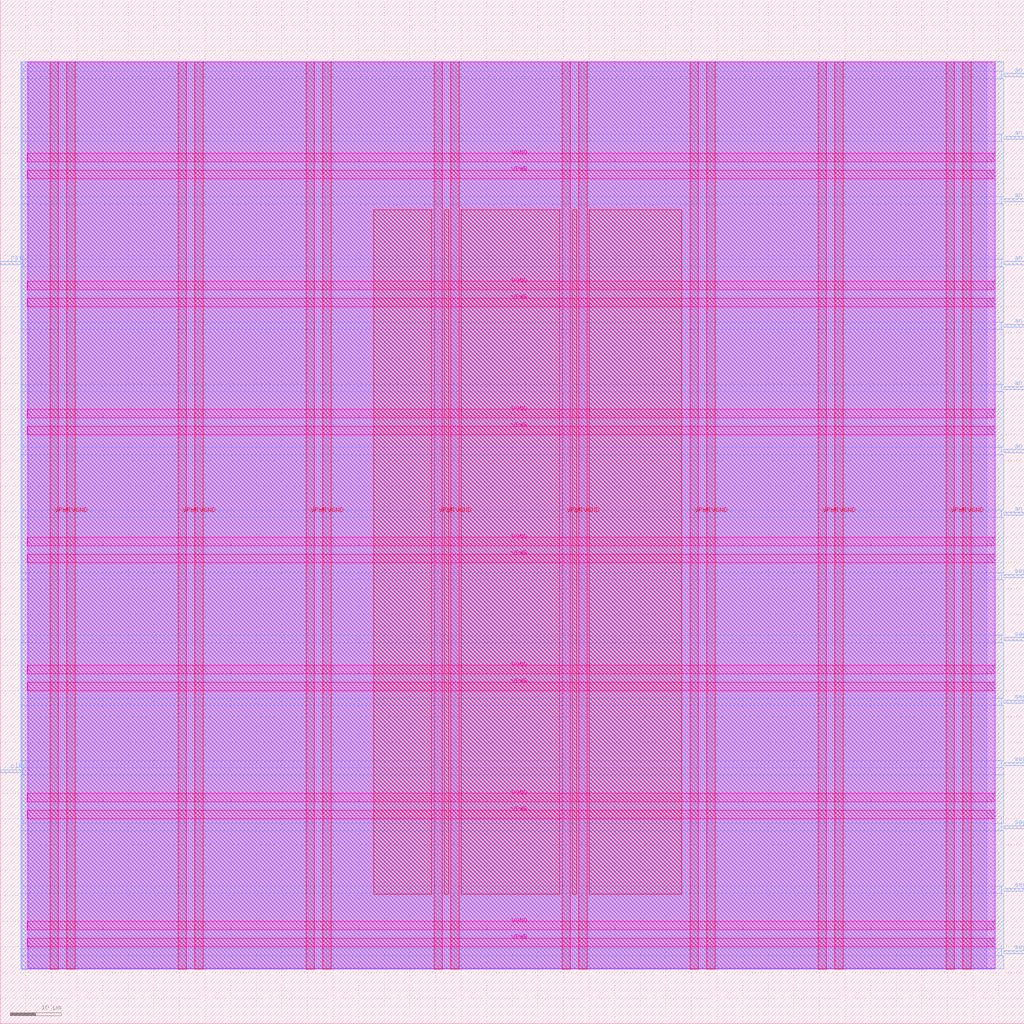
<source format=lef>
VERSION 5.7 ;
  NOWIREEXTENSIONATPIN ON ;
  DIVIDERCHAR "/" ;
  BUSBITCHARS "[]" ;
MACRO ZeroToFiveCounter
  CLASS BLOCK ;
  FOREIGN ZeroToFiveCounter ;
  ORIGIN 0.000 0.000 ;
  SIZE 200.000 BY 200.000 ;
  PIN VGND
    DIRECTION INOUT ;
    USE GROUND ;
    PORT
      LAYER met4 ;
        RECT 13.020 10.640 14.620 187.920 ;
    END
    PORT
      LAYER met4 ;
        RECT 38.020 10.640 39.620 187.920 ;
    END
    PORT
      LAYER met4 ;
        RECT 63.020 10.640 64.620 187.920 ;
    END
    PORT
      LAYER met4 ;
        RECT 88.020 10.640 89.620 187.920 ;
    END
    PORT
      LAYER met4 ;
        RECT 113.020 10.640 114.620 187.920 ;
    END
    PORT
      LAYER met4 ;
        RECT 138.020 10.640 139.620 187.920 ;
    END
    PORT
      LAYER met4 ;
        RECT 163.020 10.640 164.620 187.920 ;
    END
    PORT
      LAYER met4 ;
        RECT 188.020 10.640 189.620 187.920 ;
    END
    PORT
      LAYER met5 ;
        RECT 5.280 18.380 194.360 19.980 ;
    END
    PORT
      LAYER met5 ;
        RECT 5.280 43.380 194.360 44.980 ;
    END
    PORT
      LAYER met5 ;
        RECT 5.280 68.380 194.360 69.980 ;
    END
    PORT
      LAYER met5 ;
        RECT 5.280 93.380 194.360 94.980 ;
    END
    PORT
      LAYER met5 ;
        RECT 5.280 118.380 194.360 119.980 ;
    END
    PORT
      LAYER met5 ;
        RECT 5.280 143.380 194.360 144.980 ;
    END
    PORT
      LAYER met5 ;
        RECT 5.280 168.380 194.360 169.980 ;
    END
  END VGND
  PIN VPWR
    DIRECTION INOUT ;
    USE POWER ;
    PORT
      LAYER met4 ;
        RECT 9.720 10.640 11.320 187.920 ;
    END
    PORT
      LAYER met4 ;
        RECT 34.720 10.640 36.320 187.920 ;
    END
    PORT
      LAYER met4 ;
        RECT 59.720 10.640 61.320 187.920 ;
    END
    PORT
      LAYER met4 ;
        RECT 84.720 10.640 86.320 187.920 ;
    END
    PORT
      LAYER met4 ;
        RECT 109.720 10.640 111.320 187.920 ;
    END
    PORT
      LAYER met4 ;
        RECT 134.720 10.640 136.320 187.920 ;
    END
    PORT
      LAYER met4 ;
        RECT 159.720 10.640 161.320 187.920 ;
    END
    PORT
      LAYER met4 ;
        RECT 184.720 10.640 186.320 187.920 ;
    END
    PORT
      LAYER met5 ;
        RECT 5.280 15.080 194.360 16.680 ;
    END
    PORT
      LAYER met5 ;
        RECT 5.280 40.080 194.360 41.680 ;
    END
    PORT
      LAYER met5 ;
        RECT 5.280 65.080 194.360 66.680 ;
    END
    PORT
      LAYER met5 ;
        RECT 5.280 90.080 194.360 91.680 ;
    END
    PORT
      LAYER met5 ;
        RECT 5.280 115.080 194.360 116.680 ;
    END
    PORT
      LAYER met5 ;
        RECT 5.280 140.080 194.360 141.680 ;
    END
    PORT
      LAYER met5 ;
        RECT 5.280 165.080 194.360 166.680 ;
    END
  END VPWR
  PIN an[0]
    DIRECTION OUTPUT ;
    USE SIGNAL ;
    PORT
      LAYER met3 ;
        RECT 196.000 185.000 200.000 185.600 ;
    END
  END an[0]
  PIN an[1]
    DIRECTION OUTPUT ;
    USE SIGNAL ;
    PORT
      LAYER met3 ;
        RECT 196.000 172.760 200.000 173.360 ;
    END
  END an[1]
  PIN an[2]
    DIRECTION OUTPUT ;
    USE SIGNAL ;
    PORT
      LAYER met3 ;
        RECT 196.000 160.520 200.000 161.120 ;
    END
  END an[2]
  PIN an[3]
    DIRECTION OUTPUT ;
    USE SIGNAL ;
    PORT
      LAYER met3 ;
        RECT 196.000 148.280 200.000 148.880 ;
    END
  END an[3]
  PIN an[4]
    DIRECTION OUTPUT ;
    USE SIGNAL ;
    PORT
      LAYER met3 ;
        RECT 196.000 136.040 200.000 136.640 ;
    END
  END an[4]
  PIN an[5]
    DIRECTION OUTPUT ;
    USE SIGNAL ;
    PORT
      LAYER met3 ;
        RECT 196.000 123.800 200.000 124.400 ;
    END
  END an[5]
  PIN an[6]
    DIRECTION OUTPUT ;
    USE SIGNAL ;
    PORT
      LAYER met3 ;
        RECT 196.000 111.560 200.000 112.160 ;
    END
  END an[6]
  PIN an[7]
    DIRECTION OUTPUT ;
    USE SIGNAL ;
    PORT
      LAYER met3 ;
        RECT 196.000 99.320 200.000 99.920 ;
    END
  END an[7]
  PIN clk
    DIRECTION INPUT ;
    USE SIGNAL ;
    ANTENNAGATEAREA 0.852000 ;
    PORT
      LAYER met3 ;
        RECT 0.000 49.000 4.000 49.600 ;
    END
  END clk
  PIN rst
    DIRECTION INPUT ;
    USE SIGNAL ;
    ANTENNAGATEAREA 0.247500 ;
    PORT
      LAYER met3 ;
        RECT 0.000 148.280 4.000 148.880 ;
    END
  END rst
  PIN seg[0]
    DIRECTION OUTPUT ;
    USE SIGNAL ;
    ANTENNADIFFAREA 0.340600 ;
    PORT
      LAYER met3 ;
        RECT 196.000 87.080 200.000 87.680 ;
    END
  END seg[0]
  PIN seg[1]
    DIRECTION OUTPUT ;
    USE SIGNAL ;
    ANTENNADIFFAREA 0.340600 ;
    PORT
      LAYER met3 ;
        RECT 196.000 74.840 200.000 75.440 ;
    END
  END seg[1]
  PIN seg[2]
    DIRECTION OUTPUT ;
    USE SIGNAL ;
    ANTENNADIFFAREA 0.340600 ;
    PORT
      LAYER met3 ;
        RECT 196.000 62.600 200.000 63.200 ;
    END
  END seg[2]
  PIN seg[3]
    DIRECTION OUTPUT ;
    USE SIGNAL ;
    ANTENNADIFFAREA 0.340600 ;
    PORT
      LAYER met3 ;
        RECT 196.000 50.360 200.000 50.960 ;
    END
  END seg[3]
  PIN seg[4]
    DIRECTION OUTPUT ;
    USE SIGNAL ;
    ANTENNADIFFAREA 0.340600 ;
    PORT
      LAYER met3 ;
        RECT 196.000 38.120 200.000 38.720 ;
    END
  END seg[4]
  PIN seg[5]
    DIRECTION OUTPUT ;
    USE SIGNAL ;
    ANTENNADIFFAREA 0.340600 ;
    PORT
      LAYER met3 ;
        RECT 196.000 25.880 200.000 26.480 ;
    END
  END seg[5]
  PIN seg[6]
    DIRECTION OUTPUT ;
    USE SIGNAL ;
    ANTENNADIFFAREA 0.340600 ;
    PORT
      LAYER met3 ;
        RECT 196.000 13.640 200.000 14.240 ;
    END
  END seg[6]
  OBS
      LAYER nwell ;
        RECT 5.330 10.795 194.310 187.870 ;
      LAYER li1 ;
        RECT 5.520 10.795 194.120 187.765 ;
      LAYER met1 ;
        RECT 4.210 10.640 194.120 187.920 ;
      LAYER met2 ;
        RECT 4.230 10.695 192.650 187.865 ;
      LAYER met3 ;
        RECT 3.990 186.000 196.000 187.845 ;
        RECT 3.990 184.600 195.600 186.000 ;
        RECT 3.990 173.760 196.000 184.600 ;
        RECT 3.990 172.360 195.600 173.760 ;
        RECT 3.990 161.520 196.000 172.360 ;
        RECT 3.990 160.120 195.600 161.520 ;
        RECT 3.990 149.280 196.000 160.120 ;
        RECT 4.400 147.880 195.600 149.280 ;
        RECT 3.990 137.040 196.000 147.880 ;
        RECT 3.990 135.640 195.600 137.040 ;
        RECT 3.990 124.800 196.000 135.640 ;
        RECT 3.990 123.400 195.600 124.800 ;
        RECT 3.990 112.560 196.000 123.400 ;
        RECT 3.990 111.160 195.600 112.560 ;
        RECT 3.990 100.320 196.000 111.160 ;
        RECT 3.990 98.920 195.600 100.320 ;
        RECT 3.990 88.080 196.000 98.920 ;
        RECT 3.990 86.680 195.600 88.080 ;
        RECT 3.990 75.840 196.000 86.680 ;
        RECT 3.990 74.440 195.600 75.840 ;
        RECT 3.990 63.600 196.000 74.440 ;
        RECT 3.990 62.200 195.600 63.600 ;
        RECT 3.990 51.360 196.000 62.200 ;
        RECT 3.990 50.000 195.600 51.360 ;
        RECT 4.400 49.960 195.600 50.000 ;
        RECT 4.400 48.600 196.000 49.960 ;
        RECT 3.990 39.120 196.000 48.600 ;
        RECT 3.990 37.720 195.600 39.120 ;
        RECT 3.990 26.880 196.000 37.720 ;
        RECT 3.990 25.480 195.600 26.880 ;
        RECT 3.990 14.640 196.000 25.480 ;
        RECT 3.990 13.240 195.600 14.640 ;
        RECT 3.990 10.715 196.000 13.240 ;
      LAYER met4 ;
        RECT 72.975 25.335 84.320 158.945 ;
        RECT 86.720 25.335 87.620 158.945 ;
        RECT 90.020 25.335 109.320 158.945 ;
        RECT 111.720 25.335 112.620 158.945 ;
        RECT 115.020 25.335 133.105 158.945 ;
  END
END ZeroToFiveCounter
END LIBRARY


</source>
